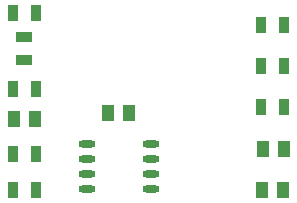
<source format=gtp>
G04*
G04 #@! TF.GenerationSoftware,Altium Limited,Altium Designer,21.6.1 (37)*
G04*
G04 Layer_Color=8421504*
%FSLAX25Y25*%
%MOIN*%
G70*
G04*
G04 #@! TF.SameCoordinates,149CC93B-E584-47E2-A3B6-F303EE062418*
G04*
G04*
G04 #@! TF.FilePolarity,Positive*
G04*
G01*
G75*
%ADD18R,0.04331X0.05512*%
%ADD19O,0.05709X0.02362*%
%ADD20R,0.03543X0.05512*%
%ADD21R,0.03347X0.05315*%
%ADD22R,0.05315X0.03347*%
D18*
X114567Y37402D02*
D03*
X121653D02*
D03*
X172835Y11811D02*
D03*
X165748D02*
D03*
X166142Y25591D02*
D03*
X173228D02*
D03*
X83071Y35433D02*
D03*
X90158D02*
D03*
D19*
X128839Y12185D02*
D03*
Y17185D02*
D03*
Y22185D02*
D03*
Y27185D02*
D03*
X107382Y12185D02*
D03*
Y17185D02*
D03*
Y22185D02*
D03*
Y27185D02*
D03*
D20*
X173130Y66929D02*
D03*
X165453D02*
D03*
X82776Y11811D02*
D03*
X90453D02*
D03*
D21*
X82776Y45276D02*
D03*
X90453D02*
D03*
X173130Y39370D02*
D03*
X165453D02*
D03*
X82776Y70866D02*
D03*
X90453D02*
D03*
X165453Y53150D02*
D03*
X173130D02*
D03*
X90453Y23622D02*
D03*
X82776D02*
D03*
D22*
X86614Y62894D02*
D03*
Y55216D02*
D03*
M02*

</source>
